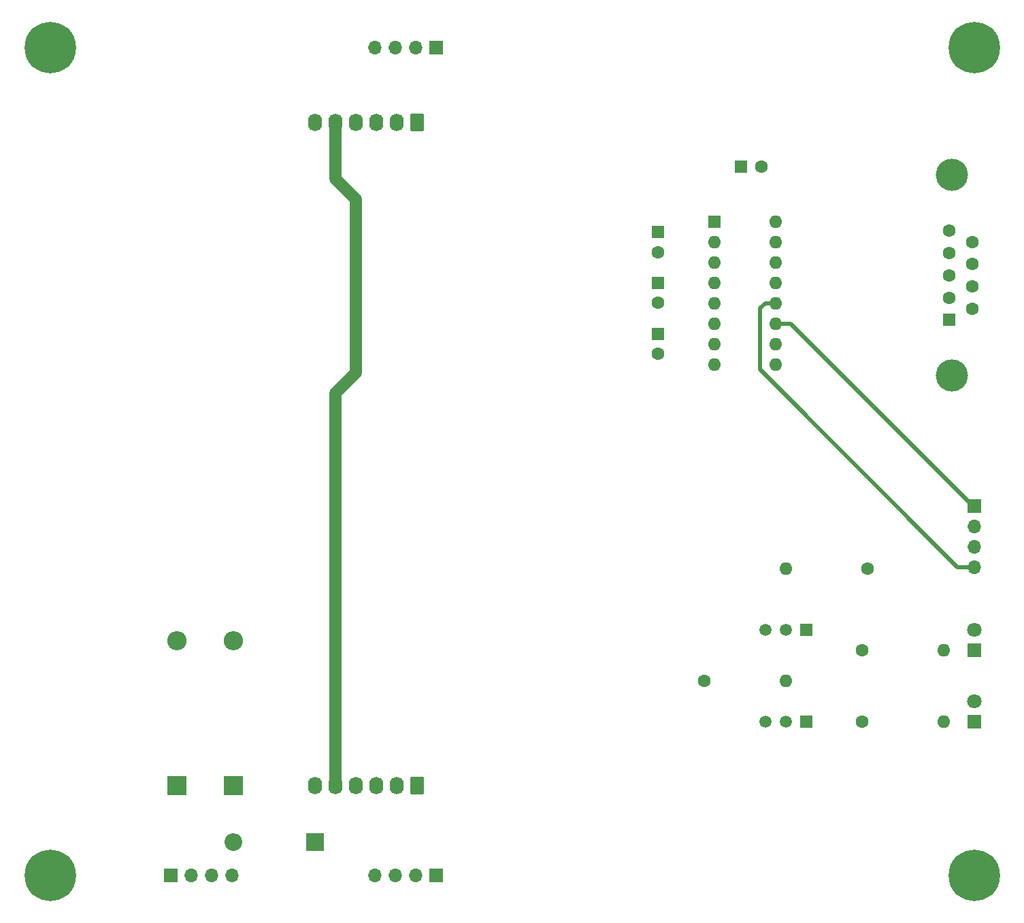
<source format=gbr>
%TF.GenerationSoftware,KiCad,Pcbnew,(6.0.4-0)*%
%TF.CreationDate,2024-04-20T11:08:26+10:00*%
%TF.ProjectId,RS232,52533233-322e-46b6-9963-61645f706362,rev?*%
%TF.SameCoordinates,Original*%
%TF.FileFunction,Copper,L1,Top*%
%TF.FilePolarity,Positive*%
%FSLAX46Y46*%
G04 Gerber Fmt 4.6, Leading zero omitted, Abs format (unit mm)*
G04 Created by KiCad (PCBNEW (6.0.4-0)) date 2024-04-20 11:08:26*
%MOMM*%
%LPD*%
G01*
G04 APERTURE LIST*
G04 Aperture macros list*
%AMRoundRect*
0 Rectangle with rounded corners*
0 $1 Rounding radius*
0 $2 $3 $4 $5 $6 $7 $8 $9 X,Y pos of 4 corners*
0 Add a 4 corners polygon primitive as box body*
4,1,4,$2,$3,$4,$5,$6,$7,$8,$9,$2,$3,0*
0 Add four circle primitives for the rounded corners*
1,1,$1+$1,$2,$3*
1,1,$1+$1,$4,$5*
1,1,$1+$1,$6,$7*
1,1,$1+$1,$8,$9*
0 Add four rect primitives between the rounded corners*
20,1,$1+$1,$2,$3,$4,$5,0*
20,1,$1+$1,$4,$5,$6,$7,0*
20,1,$1+$1,$6,$7,$8,$9,0*
20,1,$1+$1,$8,$9,$2,$3,0*%
G04 Aperture macros list end*
%TA.AperFunction,ComponentPad*%
%ADD10O,1.600000X1.600000*%
%TD*%
%TA.AperFunction,ComponentPad*%
%ADD11C,1.600000*%
%TD*%
%TA.AperFunction,ComponentPad*%
%ADD12R,1.500000X1.500000*%
%TD*%
%TA.AperFunction,ComponentPad*%
%ADD13C,1.500000*%
%TD*%
%TA.AperFunction,ComponentPad*%
%ADD14C,1.800000*%
%TD*%
%TA.AperFunction,ComponentPad*%
%ADD15R,1.800000X1.800000*%
%TD*%
%TA.AperFunction,ComponentPad*%
%ADD16O,1.700000X1.700000*%
%TD*%
%TA.AperFunction,ComponentPad*%
%ADD17R,1.700000X1.700000*%
%TD*%
%TA.AperFunction,ComponentPad*%
%ADD18R,1.600000X1.600000*%
%TD*%
%TA.AperFunction,ComponentPad*%
%ADD19C,4.000000*%
%TD*%
%TA.AperFunction,ComponentPad*%
%ADD20O,2.200000X2.200000*%
%TD*%
%TA.AperFunction,ComponentPad*%
%ADD21R,2.200000X2.200000*%
%TD*%
%TA.AperFunction,ComponentPad*%
%ADD22O,2.400000X2.400000*%
%TD*%
%TA.AperFunction,ComponentPad*%
%ADD23R,2.400000X2.400000*%
%TD*%
%TA.AperFunction,ComponentPad*%
%ADD24O,1.740000X2.190000*%
%TD*%
%TA.AperFunction,ComponentPad*%
%ADD25RoundRect,0.249999X0.620001X0.845001X-0.620001X0.845001X-0.620001X-0.845001X0.620001X-0.845001X0*%
%TD*%
%TA.AperFunction,ComponentPad*%
%ADD26C,0.800000*%
%TD*%
%TA.AperFunction,ComponentPad*%
%ADD27C,6.400000*%
%TD*%
%TA.AperFunction,Conductor*%
%ADD28C,0.500000*%
%TD*%
%TA.AperFunction,Conductor*%
%ADD29C,1.500000*%
%TD*%
G04 APERTURE END LIST*
D10*
%TO.P,R10,2*%
%TO.N,Net-(D1-Pad1)*%
X146205000Y-108870000D03*
D11*
%TO.P,R10,1*%
%TO.N,Net-(Q1-Pad1)*%
X136045000Y-108870000D03*
%TD*%
D10*
%TO.P,R3,2*%
%TO.N,Net-(Q2-Pad2)*%
X126520000Y-89820000D03*
D11*
%TO.P,R3,1*%
%TO.N,RX*%
X136680000Y-89820000D03*
%TD*%
D10*
%TO.P,R2,2*%
%TO.N,Net-(Q1-Pad2)*%
X126520000Y-103790000D03*
D11*
%TO.P,R2,1*%
%TO.N,TX*%
X116360000Y-103790000D03*
%TD*%
D10*
%TO.P,R1,2*%
%TO.N,Net-(D3-Pad1)*%
X146205000Y-99980000D03*
D11*
%TO.P,R1,1*%
%TO.N,Net-(Q2-Pad1)*%
X136045000Y-99980000D03*
%TD*%
D12*
%TO.P,Q2,1,C*%
%TO.N,Net-(Q2-Pad1)*%
X129060000Y-97440000D03*
D13*
%TO.P,Q2,3,E*%
%TO.N,GND*%
X123980000Y-97440000D03*
%TO.P,Q2,2,B*%
%TO.N,Net-(Q2-Pad2)*%
X126520000Y-97440000D03*
%TD*%
D12*
%TO.P,Q1,1,C*%
%TO.N,Net-(Q1-Pad1)*%
X129060000Y-108870000D03*
D13*
%TO.P,Q1,3,E*%
%TO.N,GND*%
X123980000Y-108870000D03*
%TO.P,Q1,2,B*%
%TO.N,Net-(Q1-Pad2)*%
X126520000Y-108870000D03*
%TD*%
D14*
%TO.P,D3,2,A*%
%TO.N,+5V*%
X150015000Y-97440000D03*
D15*
%TO.P,D3,1,K*%
%TO.N,Net-(D3-Pad1)*%
X150015000Y-99980000D03*
%TD*%
D14*
%TO.P,D1,2,A*%
%TO.N,+5V*%
X150015000Y-106330000D03*
D15*
%TO.P,D1,1,K*%
%TO.N,Net-(D1-Pad1)*%
X150015000Y-108870000D03*
%TD*%
D16*
%TO.P,J5,4,Pin_4*%
%TO.N,RX*%
X150015000Y-89620000D03*
%TO.P,J5,3,Pin_3*%
%TO.N,GND*%
X150015000Y-87080000D03*
%TO.P,J5,2,Pin_2*%
X150015000Y-84540000D03*
D17*
%TO.P,J5,1,Pin_1*%
%TO.N,TX*%
X150015000Y-82000000D03*
%TD*%
D10*
%TO.P,U1,16,VCC*%
%TO.N,+5V*%
X125250000Y-46640000D03*
%TO.P,U1,8,R2IN*%
%TO.N,RTS*%
X117630000Y-64420000D03*
%TO.P,U1,15,GND*%
%TO.N,GND*%
X125250000Y-49180000D03*
%TO.P,U1,7,T2OUT*%
%TO.N,CTS*%
X117630000Y-61880000D03*
%TO.P,U1,14,T1OUT*%
%TO.N,TX_D*%
X125250000Y-51720000D03*
%TO.P,U1,6,VS-*%
%TO.N,Net-(C3-Pad1)*%
X117630000Y-59340000D03*
%TO.P,U1,13,R1IN*%
%TO.N,RX_D*%
X125250000Y-54260000D03*
%TO.P,U1,5,C2-*%
%TO.N,Net-(C4-Pad2)*%
X117630000Y-56800000D03*
%TO.P,U1,12,R1OUT*%
%TO.N,RX*%
X125250000Y-56800000D03*
%TO.P,U1,4,C2+*%
%TO.N,Net-(C4-Pad1)*%
X117630000Y-54260000D03*
%TO.P,U1,11,T1IN*%
%TO.N,TX*%
X125250000Y-59340000D03*
%TO.P,U1,3,C1-*%
%TO.N,Net-(C1-Pad2)*%
X117630000Y-51720000D03*
%TO.P,U1,10,T2IN*%
%TO.N,unconnected-(U1-Pad10)*%
X125250000Y-61880000D03*
%TO.P,U1,2,VS+*%
%TO.N,Net-(C2-Pad1)*%
X117630000Y-49180000D03*
%TO.P,U1,9,R2OUT*%
%TO.N,unconnected-(U1-Pad9)*%
X125250000Y-64420000D03*
D18*
%TO.P,U1,1,C1+*%
%TO.N,Net-(C1-Pad1)*%
X117630000Y-46640000D03*
%TD*%
D19*
%TO.P,J1,0*%
%TO.N,N/C*%
X147180000Y-40815000D03*
X147180000Y-65815000D03*
D11*
%TO.P,J1,9,9*%
%TO.N,unconnected-(J1-Pad9)*%
X149720000Y-49160000D03*
%TO.P,J1,8,8*%
%TO.N,CTS*%
X149720000Y-51930000D03*
%TO.P,J1,7,7*%
%TO.N,RTS*%
X149720000Y-54700000D03*
%TO.P,J1,6,6*%
%TO.N,unconnected-(J1-Pad6)*%
X149720000Y-57470000D03*
%TO.P,J1,5,5*%
%TO.N,GND*%
X146880000Y-47775000D03*
%TO.P,J1,4,4*%
%TO.N,unconnected-(J1-Pad4)*%
X146880000Y-50545000D03*
%TO.P,J1,3,3*%
%TO.N,TX_D*%
X146880000Y-53315000D03*
%TO.P,J1,2,2*%
%TO.N,RX_D*%
X146880000Y-56085000D03*
D18*
%TO.P,J1,1,1*%
%TO.N,unconnected-(J1-Pad1)*%
X146880000Y-58855000D03*
%TD*%
D11*
%TO.P,C4,2*%
%TO.N,Net-(C4-Pad2)*%
X110645000Y-56760000D03*
D18*
%TO.P,C4,1*%
%TO.N,Net-(C4-Pad1)*%
X110645000Y-54260000D03*
%TD*%
D11*
%TO.P,C3,2*%
%TO.N,GND*%
X110645000Y-63110000D03*
D18*
%TO.P,C3,1*%
%TO.N,Net-(C3-Pad1)*%
X110645000Y-60610000D03*
%TD*%
D11*
%TO.P,C2,2*%
%TO.N,+5V*%
X123480000Y-39755000D03*
D18*
%TO.P,C2,1*%
%TO.N,Net-(C2-Pad1)*%
X120980000Y-39755000D03*
%TD*%
D11*
%TO.P,C1,2*%
%TO.N,Net-(C1-Pad2)*%
X110645000Y-50450000D03*
D18*
%TO.P,C1,1*%
%TO.N,Net-(C1-Pad1)*%
X110645000Y-47950000D03*
%TD*%
D20*
%TO.P,D2,2,A*%
%TO.N,+5V*%
X57813000Y-123825000D03*
D21*
%TO.P,D2,1,K*%
%TO.N,Net-(D2-Pad1)*%
X67973000Y-123825000D03*
%TD*%
D22*
%TO.P,C8,2*%
%TO.N,GND*%
X50800000Y-98840000D03*
D23*
%TO.P,C8,1*%
%TO.N,+5V*%
X50800000Y-116840000D03*
%TD*%
D22*
%TO.P,C6,2*%
%TO.N,GND*%
X57785000Y-98840000D03*
D23*
%TO.P,C6,1*%
%TO.N,+5V*%
X57785000Y-116840000D03*
%TD*%
D24*
%TO.P,J11,6,Pin_6*%
%TO.N,GND*%
X67945000Y-34290000D03*
%TO.P,J11,5,Pin_5*%
%TO.N,Net-(D2-Pad1)*%
X70485000Y-34290000D03*
%TO.P,J11,4,Pin_4*%
%TO.N,clock*%
X73025000Y-34290000D03*
%TO.P,J11,3,Pin_3*%
%TO.N,rst*%
X75565000Y-34290000D03*
%TO.P,J11,2,Pin_2*%
%TO.N,flag*%
X78105000Y-34290000D03*
D25*
%TO.P,J11,1,Pin_1*%
%TO.N,data*%
X80645000Y-34290000D03*
%TD*%
D24*
%TO.P,J10,6,Pin_6*%
%TO.N,GND*%
X67945000Y-116840000D03*
%TO.P,J10,5,Pin_5*%
%TO.N,Net-(D2-Pad1)*%
X70485000Y-116840000D03*
%TO.P,J10,4,Pin_4*%
%TO.N,I_clock*%
X73025000Y-116840000D03*
%TO.P,J10,3,Pin_3*%
%TO.N,I_rst*%
X75565000Y-116840000D03*
%TO.P,J10,2,Pin_2*%
%TO.N,I_flag*%
X78105000Y-116840000D03*
D25*
%TO.P,J10,1,Pin_1*%
%TO.N,I_data*%
X80645000Y-116840000D03*
%TD*%
D16*
%TO.P,J9,4,Pin_4*%
%TO.N,rst*%
X75380000Y-25000000D03*
%TO.P,J9,3,Pin_3*%
%TO.N,flag*%
X77920000Y-25000000D03*
%TO.P,J9,2,Pin_2*%
%TO.N,data*%
X80460000Y-25000000D03*
D17*
%TO.P,J9,1,Pin_1*%
%TO.N,clock*%
X83000000Y-25000000D03*
%TD*%
D16*
%TO.P,J7,4,Pin_4*%
%TO.N,I_rst*%
X75380000Y-128000000D03*
%TO.P,J7,3,Pin_3*%
%TO.N,I_flag*%
X77920000Y-128000000D03*
%TO.P,J7,2,Pin_2*%
%TO.N,I_data*%
X80460000Y-128000000D03*
D17*
%TO.P,J7,1,Pin_1*%
%TO.N,I_clock*%
X83000000Y-128000000D03*
%TD*%
D16*
%TO.P,J6,4,Pin_4*%
%TO.N,+5V*%
X57620000Y-128000000D03*
%TO.P,J6,3,Pin_3*%
X55080000Y-128000000D03*
%TO.P,J6,2,Pin_2*%
%TO.N,GND*%
X52540000Y-128000000D03*
D17*
%TO.P,J6,1,Pin_1*%
X50000000Y-128000000D03*
%TD*%
D26*
%TO.P,H4,1,1*%
%TO.N,GND*%
X151697056Y-23302944D03*
X150000000Y-22600000D03*
X148302944Y-23302944D03*
X147600000Y-25000000D03*
X148302944Y-26697056D03*
X150000000Y-27400000D03*
X151697056Y-26697056D03*
X152400000Y-25000000D03*
D27*
X150000000Y-25000000D03*
%TD*%
D26*
%TO.P,H3,1,1*%
%TO.N,GND*%
X36697056Y-126302944D03*
X35000000Y-125600000D03*
X33302944Y-126302944D03*
X32600000Y-128000000D03*
X33302944Y-129697056D03*
X35000000Y-130400000D03*
X36697056Y-129697056D03*
X37400000Y-128000000D03*
D27*
X35000000Y-128000000D03*
%TD*%
D26*
%TO.P,H2,1,1*%
%TO.N,GND*%
X36697056Y-23302944D03*
X35000000Y-22600000D03*
X33302944Y-23302944D03*
X32600000Y-25000000D03*
X33302944Y-26697056D03*
X35000000Y-27400000D03*
X36697056Y-26697056D03*
X37400000Y-25000000D03*
D27*
X35000000Y-25000000D03*
%TD*%
D26*
%TO.P,H1,1,1*%
%TO.N,GND*%
X151697056Y-126302944D03*
X150000000Y-125600000D03*
X148302944Y-126302944D03*
X147600000Y-128000000D03*
X148302944Y-129697056D03*
X150000000Y-130400000D03*
X151697056Y-129697056D03*
X152400000Y-128000000D03*
D27*
X150000000Y-128000000D03*
%TD*%
D28*
%TO.N,RX*%
X123980000Y-56800000D02*
X125250000Y-56800000D01*
X123345000Y-57435000D02*
X123980000Y-56800000D01*
X123345000Y-65055000D02*
X123345000Y-57435000D01*
X147910000Y-89620000D02*
X123345000Y-65055000D01*
X150015000Y-89620000D02*
X147910000Y-89620000D01*
%TO.N,TX*%
X127155000Y-59340000D02*
X125250000Y-59340000D01*
X149815000Y-82000000D02*
X127155000Y-59340000D01*
X150015000Y-82000000D02*
X149815000Y-82000000D01*
D29*
%TO.N,Net-(D2-Pad1)*%
X73025000Y-43815000D02*
X70485000Y-41275000D01*
X73025000Y-65405000D02*
X73025000Y-43815000D01*
X70485000Y-67945000D02*
X73025000Y-65405000D01*
X70485000Y-41275000D02*
X70485000Y-34290000D01*
X70485000Y-116840000D02*
X70485000Y-67945000D01*
%TD*%
M02*

</source>
